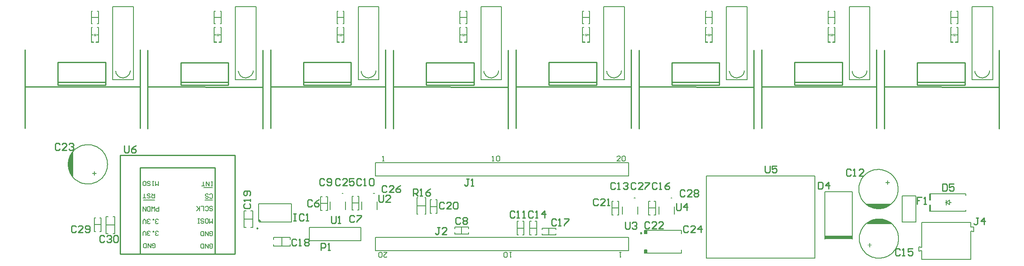
<source format=gto>
G04*
G04 #@! TF.GenerationSoftware,Altium Limited,Altium Designer,21.2.2 (38)*
G04*
G04 Layer_Color=65535*
%FSLAX25Y25*%
%MOIN*%
G70*
G04*
G04 #@! TF.SameCoordinates,CC4574EB-D44E-4940-9A72-5AA28DA6A015*
G04*
G04*
G04 #@! TF.FilePolarity,Positive*
G04*
G01*
G75*
%ADD10C,0.00787*%
%ADD11C,0.00984*%
%ADD12C,0.01000*%
%ADD13C,0.00591*%
%ADD14C,0.00394*%
%ADD15C,0.00500*%
%ADD16C,0.00800*%
%ADD17C,0.00600*%
%ADD18R,0.02165X0.02657*%
%ADD19R,0.22047X0.03150*%
G36*
X43701Y68110D02*
X41732Y70079D01*
X39764Y75984D01*
X39764Y80905D01*
X40748Y83858D01*
X42717Y86811D01*
X43701Y88779D01*
X43701Y68110D01*
D02*
G37*
G36*
X192618Y32480D02*
X192323Y33661D01*
X192913D01*
X194095Y32480D01*
Y31693D01*
X192618Y32480D01*
D02*
G37*
G36*
X699213Y46260D02*
X697244Y44291D01*
X691339Y42323D01*
X686418Y42323D01*
X683465Y43307D01*
X680512Y45276D01*
X678543Y46260D01*
X699213Y46260D01*
D02*
G37*
G36*
X679921Y30118D02*
X681890Y32087D01*
X687795Y34055D01*
X692716Y34055D01*
X695669Y33071D01*
X698622Y31102D01*
X700591Y30118D01*
X679921Y30118D01*
D02*
G37*
G36*
X682648Y13372D02*
X684029D01*
Y12788D01*
X682648D01*
Y11417D01*
X682069D01*
Y12788D01*
X680698D01*
Y13372D01*
X682069D01*
Y14742D01*
X682648D01*
Y13372D01*
D02*
G37*
G36*
X61031Y70837D02*
X62402D01*
Y70258D01*
X61031D01*
Y68887D01*
X60447D01*
Y70258D01*
X59076D01*
Y70837D01*
X60447D01*
Y72218D01*
X61031D01*
Y70837D01*
D02*
G37*
G36*
X697065Y63590D02*
X698435D01*
Y63006D01*
X697065D01*
Y61636D01*
X696486D01*
Y63006D01*
X695105D01*
Y63590D01*
X696486D01*
Y64961D01*
X697065D01*
Y63590D01*
D02*
G37*
D10*
X182087Y147441D02*
X183112Y147531D01*
X184106Y147797D01*
X185039Y148232D01*
X185883Y148823D01*
X186610Y149550D01*
X187201Y150394D01*
X187636Y151327D01*
X187902Y152321D01*
X187992Y153347D01*
X176189Y153051D02*
X176322Y152063D01*
X176620Y151112D01*
X177074Y150225D01*
X177670Y149426D01*
X178392Y148739D01*
X179220Y148184D01*
X180129Y147775D01*
X181094Y147525D01*
X182087Y147441D01*
X77763Y153051D02*
X77897Y152063D01*
X78195Y151112D01*
X78649Y150225D01*
X79245Y149426D01*
X79967Y148739D01*
X80795Y148184D01*
X81704Y147775D01*
X82668Y147525D01*
X83661Y147441D01*
X84687Y147531D01*
X85681Y147797D01*
X86614Y148232D01*
X87457Y148823D01*
X88185Y149550D01*
X88776Y150394D01*
X89211Y151327D01*
X89477Y152321D01*
X89567Y153347D01*
X378937Y147441D02*
X379962Y147531D01*
X380957Y147797D01*
X381890Y148232D01*
X382733Y148823D01*
X383461Y149550D01*
X384051Y150394D01*
X384486Y151327D01*
X384753Y152321D01*
X384842Y153347D01*
X373039Y153051D02*
X373173Y152063D01*
X373471Y151112D01*
X373924Y150225D01*
X374520Y149426D01*
X375243Y148739D01*
X376070Y148184D01*
X376979Y147775D01*
X377944Y147525D01*
X378937Y147441D01*
X274614Y153051D02*
X274747Y152063D01*
X275045Y151112D01*
X275499Y150225D01*
X276095Y149426D01*
X276817Y148739D01*
X277645Y148184D01*
X278554Y147775D01*
X279519Y147525D01*
X280512Y147441D01*
X281537Y147531D01*
X282532Y147797D01*
X283465Y148232D01*
X284308Y148823D01*
X285036Y149550D01*
X285626Y150394D01*
X286061Y151327D01*
X286328Y152321D01*
X286417Y153347D01*
X575787Y147441D02*
X576813Y147531D01*
X577807Y147797D01*
X578740Y148232D01*
X579583Y148823D01*
X580311Y149550D01*
X580902Y150394D01*
X581337Y151327D01*
X581603Y152321D01*
X581693Y153347D01*
X569889Y153051D02*
X570023Y152063D01*
X570321Y151112D01*
X570775Y150225D01*
X571371Y149426D01*
X572093Y148739D01*
X572921Y148184D01*
X573830Y147775D01*
X574794Y147525D01*
X575787Y147441D01*
X471464Y153051D02*
X471598Y152063D01*
X471896Y151112D01*
X472349Y150225D01*
X472946Y149426D01*
X473668Y148739D01*
X474495Y148184D01*
X475404Y147775D01*
X476369Y147525D01*
X477362Y147441D01*
X478388Y147531D01*
X479382Y147797D01*
X480315Y148232D01*
X481158Y148823D01*
X481886Y149550D01*
X482477Y150394D01*
X482912Y151327D01*
X483178Y152321D01*
X483268Y153347D01*
X772638Y147441D02*
X773663Y147531D01*
X774658Y147797D01*
X775591Y148232D01*
X776434Y148823D01*
X777162Y149550D01*
X777752Y150394D01*
X778187Y151327D01*
X778454Y152321D01*
X778543Y153347D01*
X766740Y153051D02*
X766873Y152063D01*
X767171Y151112D01*
X767625Y150225D01*
X768221Y149426D01*
X768944Y148739D01*
X769771Y148184D01*
X770680Y147775D01*
X771645Y147525D01*
X772638Y147441D01*
X668315Y153051D02*
X668448Y152063D01*
X668746Y151112D01*
X669200Y150225D01*
X669796Y149426D01*
X670518Y148739D01*
X671346Y148184D01*
X672255Y147775D01*
X673219Y147525D01*
X674213Y147441D01*
X675238Y147531D01*
X676232Y147797D01*
X677165Y148232D01*
X678009Y148823D01*
X678736Y149550D01*
X679327Y150394D01*
X679762Y151327D01*
X680028Y152321D01*
X680118Y153347D01*
X705512Y18307D02*
X705480Y19306D01*
X705385Y20301D01*
X705227Y21287D01*
X705007Y22262D01*
X704726Y23221D01*
X704384Y24160D01*
X703983Y25076D01*
X703525Y25964D01*
X703012Y26821D01*
X702445Y27644D01*
X701827Y28430D01*
X701161Y29175D01*
X700449Y29875D01*
X699694Y30530D01*
X698899Y31135D01*
X698067Y31689D01*
X697201Y32188D01*
X696306Y32632D01*
X695384Y33018D01*
X694440Y33345D01*
X693476Y33611D01*
X692498Y33816D01*
X691509Y33958D01*
X690513Y34037D01*
X689514Y34053D01*
X688516Y34006D01*
X687523Y33895D01*
X686539Y33721D01*
X685567Y33486D01*
X684613Y33189D01*
X683680Y32832D01*
X682771Y32417D01*
X681890Y31945D01*
X681041Y31418D01*
X680227Y30839D01*
X679451Y30209D01*
X678717Y29531D01*
X678027Y28807D01*
X677385Y28042D01*
X676792Y27237D01*
X676252Y26397D01*
X675766Y25523D01*
X675337Y24621D01*
X674965Y23693D01*
X674654Y22744D01*
X674403Y21777D01*
X674214Y20795D01*
X674087Y19804D01*
X674024Y18807D01*
Y17807D01*
X674087Y16810D01*
X674214Y15819D01*
X674403Y14838D01*
X674654Y13870D01*
X674965Y12921D01*
X675337Y11993D01*
X675766Y11091D01*
X676252Y10218D01*
X676792Y9377D01*
X677385Y8572D01*
X678027Y7807D01*
X678717Y7084D01*
X679451Y6406D01*
X680227Y5775D01*
X681041Y5196D01*
X681890Y4669D01*
X682771Y4197D01*
X683680Y3782D01*
X684613Y3425D01*
X685567Y3128D01*
X686539Y2893D01*
X687523Y2719D01*
X688516Y2609D01*
X689514Y2561D01*
X690513Y2577D01*
X691509Y2656D01*
X692498Y2798D01*
X693476Y3003D01*
X694440Y3269D01*
X695384Y3596D01*
X696306Y3982D01*
X697201Y4426D01*
X698067Y4926D01*
X698899Y5479D01*
X699694Y6084D01*
X700449Y6739D01*
X701161Y7440D01*
X701827Y8184D01*
X702445Y8970D01*
X703012Y9793D01*
X703525Y10650D01*
X703983Y11539D01*
X704384Y12454D01*
X704726Y13393D01*
X705007Y14352D01*
X705227Y15327D01*
X705385Y16314D01*
X705480Y17308D01*
X705512Y18307D01*
X71260Y77953D02*
X71228Y78952D01*
X71133Y79946D01*
X70975Y80933D01*
X70755Y81908D01*
X70474Y82867D01*
X70132Y83806D01*
X69731Y84721D01*
X69273Y85609D01*
X68760Y86467D01*
X68193Y87290D01*
X67576Y88075D01*
X66909Y88820D01*
X66197Y89521D01*
X65442Y90175D01*
X64647Y90781D01*
X63815Y91334D01*
X62949Y91834D01*
X62054Y92278D01*
X61132Y92664D01*
X60188Y92991D01*
X59224Y93257D01*
X58246Y93462D01*
X57257Y93604D01*
X56261Y93683D01*
X55262Y93699D01*
X54264Y93651D01*
X53271Y93541D01*
X52286Y93367D01*
X51315Y93131D01*
X50361Y92835D01*
X49428Y92478D01*
X48519Y92063D01*
X47638Y91591D01*
X46789Y91064D01*
X45975Y90484D01*
X45199Y89854D01*
X44465Y89176D01*
X43775Y88453D01*
X43133Y87688D01*
X42540Y86883D01*
X42000Y86042D01*
X41514Y85169D01*
X41085Y84267D01*
X40714Y83339D01*
X40402Y82389D01*
X40151Y81422D01*
X39962Y80441D01*
X39835Y79450D01*
X39772Y78452D01*
Y77453D01*
X39835Y76456D01*
X39962Y75464D01*
X40151Y74483D01*
X40402Y73516D01*
X40714Y72567D01*
X41085Y71639D01*
X41514Y70737D01*
X42000Y69863D01*
X42540Y69023D01*
X43133Y68218D01*
X43775Y67452D01*
X44465Y66729D01*
X45199Y66051D01*
X45975Y65421D01*
X46789Y64841D01*
X47638Y64315D01*
X48519Y63843D01*
X49428Y63428D01*
X50361Y63071D01*
X51315Y62774D01*
X52286Y62538D01*
X53271Y62365D01*
X54264Y62254D01*
X55262Y62207D01*
X56261Y62223D01*
X57257Y62302D01*
X58246Y62444D01*
X59224Y62649D01*
X60188Y62915D01*
X61132Y63242D01*
X62054Y63628D01*
X62949Y64072D01*
X63815Y64571D01*
X64647Y65125D01*
X65442Y65730D01*
X66197Y66384D01*
X66909Y67085D01*
X67576Y67830D01*
X68193Y68616D01*
X68760Y69439D01*
X69273Y70296D01*
X69731Y71184D01*
X70132Y72100D01*
X70473Y73039D01*
X70755Y73998D01*
X70975Y74972D01*
X71133Y75959D01*
X71228Y76954D01*
X71260Y77953D01*
X705118Y58071D02*
X705086Y59070D01*
X704991Y60064D01*
X704834Y61051D01*
X704613Y62026D01*
X704332Y62985D01*
X703990Y63924D01*
X703589Y64839D01*
X703131Y65728D01*
X702618Y66585D01*
X702051Y67408D01*
X701434Y68194D01*
X700768Y68938D01*
X700055Y69639D01*
X699300Y70294D01*
X698505Y70899D01*
X697673Y71452D01*
X696807Y71952D01*
X695912Y72396D01*
X694990Y72782D01*
X694046Y73109D01*
X693083Y73375D01*
X692105Y73580D01*
X691116Y73722D01*
X690119Y73801D01*
X689120Y73817D01*
X688122Y73769D01*
X687129Y73659D01*
X686145Y73485D01*
X685174Y73250D01*
X684219Y72953D01*
X683286Y72596D01*
X682377Y72181D01*
X681496Y71709D01*
X680647Y71182D01*
X679833Y70603D01*
X679057Y69972D01*
X678323Y69294D01*
X677634Y68571D01*
X676991Y67806D01*
X676399Y67001D01*
X675858Y66160D01*
X675373Y65287D01*
X674943Y64385D01*
X674572Y63457D01*
X674260Y62508D01*
X674009Y61540D01*
X673820Y60559D01*
X673693Y59568D01*
X673630Y58570D01*
Y57571D01*
X673693Y56574D01*
X673820Y55583D01*
X674009Y54601D01*
X674260Y53634D01*
X674572Y52685D01*
X674943Y51757D01*
X675373Y50855D01*
X675858Y49981D01*
X676399Y49141D01*
X676991Y48336D01*
X677634Y47571D01*
X678323Y46847D01*
X679057Y46169D01*
X679833Y45539D01*
X680647Y44960D01*
X681496Y44433D01*
X682377Y43961D01*
X683286Y43546D01*
X684219Y43189D01*
X685174Y42892D01*
X686145Y42657D01*
X687129Y42483D01*
X688122Y42372D01*
X689120Y42325D01*
X690119Y42341D01*
X691116Y42420D01*
X692105Y42562D01*
X693083Y42767D01*
X694046Y43033D01*
X694990Y43360D01*
X695912Y43746D01*
X696807Y44190D01*
X697673Y44689D01*
X698505Y45243D01*
X699300Y45848D01*
X700055Y46503D01*
X700767Y47203D01*
X701434Y47948D01*
X702051Y48734D01*
X702618Y49557D01*
X703131Y50414D01*
X703589Y51302D01*
X703990Y52218D01*
X704332Y53157D01*
X704613Y54116D01*
X704834Y55090D01*
X704991Y56077D01*
X705086Y57072D01*
X705118Y58071D01*
X260039Y54724D02*
X259252D01*
X260039D01*
X494291Y50787D02*
X493504D01*
X494291D01*
X285236Y54724D02*
X284449D01*
X285236D01*
X523819Y50787D02*
X523032D01*
X523819D01*
X194095Y31890D02*
X193857Y32776D01*
X193209Y33424D01*
X192323Y33661D01*
X173812Y204527D02*
X173823Y145866D01*
X173812Y204527D02*
X190354D01*
X173823Y145866D02*
X190354D01*
Y204527D01*
X91929Y145866D02*
Y204527D01*
X75398Y145866D02*
X91929D01*
X75387Y204527D02*
X91929D01*
X75387D02*
X75398Y145866D01*
X370663Y204527D02*
X370674Y145866D01*
X370663Y204527D02*
X387205D01*
X370674Y145866D02*
X387205D01*
Y204527D01*
X288779Y145866D02*
Y204527D01*
X272249Y145866D02*
X288779D01*
X272238Y204527D02*
X288779D01*
X272238D02*
X272249Y145866D01*
X567513Y204527D02*
X567524Y145866D01*
X567513Y204527D02*
X584055D01*
X567524Y145866D02*
X584055D01*
Y204527D01*
X485630Y145866D02*
Y204527D01*
X469099Y145866D02*
X485630D01*
X469088Y204527D02*
X485630D01*
X469088D02*
X469099Y145866D01*
X764364Y204527D02*
X764375Y145866D01*
X764364Y204527D02*
X780905D01*
X764375Y145866D02*
X780905D01*
Y204527D01*
X682480Y145866D02*
Y204527D01*
X665949Y145866D02*
X682480D01*
X665939Y204527D02*
X682480D01*
X665939D02*
X665949Y145866D01*
X192323Y32579D02*
Y46260D01*
Y32579D02*
X193209Y31693D01*
X218701D01*
X194095D02*
Y31890D01*
X218701Y31693D02*
Y46260D01*
X192323D02*
X218701D01*
X285965Y8780D02*
X488917D01*
X285965D02*
Y19410D01*
X488917D01*
Y8780D02*
Y19410D01*
X763387Y1771D02*
Y24212D01*
Y27559D02*
Y31299D01*
Y24212D02*
X765749Y24015D01*
X763387Y27559D02*
X765749Y27755D01*
Y24015D02*
Y27755D01*
X724016Y11220D02*
Y31299D01*
X763387D01*
X724016Y1771D02*
Y8464D01*
X721654Y8169D02*
X724016Y8464D01*
X721654Y11515D02*
X724016Y11220D01*
X721654Y8169D02*
Y11515D01*
X724016Y1771D02*
X763387D01*
X646457Y18110D02*
Y55905D01*
X668504Y18110D02*
Y55905D01*
X646457D02*
X668504D01*
X286043Y79331D02*
X488996D01*
Y68701D02*
Y79331D01*
X286043Y68701D02*
X488996D01*
X286043D02*
Y79331D01*
X730315Y49213D02*
Y54331D01*
X759449D01*
X730315Y49213D02*
X730905D01*
Y54331D01*
Y40157D02*
Y45276D01*
X730315D02*
X730905D01*
X759449Y53051D02*
Y54331D01*
X730315Y40157D02*
Y45276D01*
X759449Y40157D02*
Y41437D01*
X730315Y40157D02*
X759449D01*
X743701Y45276D02*
Y49213D01*
Y47244D02*
X746457Y45669D01*
X743701Y47244D02*
X746457Y49213D01*
Y45669D02*
Y49213D01*
X742913Y47244D02*
X743701D01*
X746457D02*
X747638D01*
X233228Y16752D02*
Y27342D01*
Y16752D02*
X274409D01*
Y27342D01*
X233228D02*
X274409D01*
X501575Y22146D02*
X503740D01*
Y24803D01*
Y6693D02*
Y9350D01*
X501575D02*
X503740D01*
X531496Y6693D02*
Y9350D01*
X501575Y6693D02*
Y9350D01*
X531496Y22146D02*
Y24803D01*
X501575Y22146D02*
Y24803D01*
Y6693D02*
X531496D01*
X501575Y24803D02*
X531496D01*
X708268Y52559D02*
X719291D01*
X708268Y31693D02*
X719291D01*
X708268D02*
Y52559D01*
X719291Y31693D02*
Y52559D01*
D11*
X499508Y22736D02*
X498770Y23162D01*
Y22310D01*
X499508Y22736D01*
X191831Y26575D02*
X191093Y27001D01*
Y26149D01*
X191831Y26575D01*
D12*
X129921Y141535D02*
X168110D01*
X129921D02*
Y159665D01*
X168110D01*
Y141535D02*
Y159665D01*
X129921Y143878D02*
X168110D01*
X31496Y144075D02*
X69685D01*
Y141732D02*
Y159862D01*
X31496D02*
X69685D01*
X31496Y141732D02*
Y159862D01*
Y141732D02*
X69685D01*
X326772Y141535D02*
X364961D01*
X326772D02*
Y159665D01*
X364961D01*
Y141535D02*
Y159665D01*
X326772Y143878D02*
X364961D01*
X228346Y144075D02*
X266535D01*
Y141732D02*
Y159862D01*
X228346D02*
X266535D01*
X228346Y141732D02*
Y159862D01*
Y141732D02*
X266535D01*
X523622Y141535D02*
X561811D01*
X523622D02*
Y159665D01*
X561811D01*
Y141535D02*
Y159665D01*
X523622Y143878D02*
X561811D01*
X425197Y144075D02*
X463386D01*
Y141732D02*
Y159862D01*
X425197D02*
X463386D01*
X425197Y141732D02*
Y159862D01*
Y141732D02*
X463386D01*
X720472Y141535D02*
X758661D01*
X720472D02*
Y159665D01*
X758661D01*
Y141535D02*
Y159665D01*
X720472Y143878D02*
X758661D01*
X622047Y144075D02*
X660236D01*
Y141732D02*
Y159862D01*
X622047D02*
X660236D01*
X622047Y141732D02*
Y159862D01*
Y141732D02*
X660236D01*
X786220Y106693D02*
Y169685D01*
X694488Y140157D02*
X786221Y139961D01*
X694094Y106693D02*
Y169685D01*
X687795Y106890D02*
Y169882D01*
X596063Y140354D02*
X687795Y140157D01*
X595669Y106890D02*
Y169882D01*
X589370Y106693D02*
Y169685D01*
X497638Y140157D02*
X589370Y139961D01*
X497244Y106693D02*
Y169685D01*
X490945Y106890D02*
Y169882D01*
X399213Y140354D02*
X490945Y140157D01*
X398819Y106890D02*
Y169882D01*
X392520Y106693D02*
Y169685D01*
X300787Y140157D02*
X392520Y139961D01*
X300394Y106693D02*
Y169685D01*
X294094Y106890D02*
Y169882D01*
X202362Y140354D02*
X294094Y140157D01*
X201969Y106890D02*
Y169882D01*
X195669Y106693D02*
Y169685D01*
X103937Y140157D02*
X195669Y139961D01*
X103543Y106693D02*
Y169685D01*
X5118Y106890D02*
Y169882D01*
X5512Y140354D02*
X97244Y140157D01*
X97244Y106890D02*
Y169882D01*
X152559Y5902D02*
X158059D01*
X157559D02*
Y75402D01*
Y5902D02*
X158059D01*
X157559D02*
X173559D01*
X97559Y75402D02*
X157559D01*
X97559Y5902D02*
Y75402D01*
Y5902D02*
X152559D01*
X173559D02*
Y85401D01*
X81559D02*
X173559D01*
X81559Y5902D02*
Y85401D01*
Y5902D02*
X97559D01*
X68768Y19947D02*
X67849Y20865D01*
X66013D01*
X65094Y19947D01*
Y16274D01*
X66013Y15355D01*
X67849D01*
X68768Y16274D01*
X70604Y19947D02*
X71523Y20865D01*
X73359D01*
X74278Y19947D01*
Y19029D01*
X73359Y18110D01*
X72441D01*
X73359D01*
X74278Y17192D01*
Y16274D01*
X73359Y15355D01*
X71523D01*
X70604Y16274D01*
X76114Y19947D02*
X77033Y20865D01*
X78869D01*
X79788Y19947D01*
Y16274D01*
X78869Y15355D01*
X77033D01*
X76114Y16274D01*
Y19947D01*
X45933Y27821D02*
X45015Y28739D01*
X43178D01*
X42260Y27821D01*
Y24148D01*
X43178Y23229D01*
X45015D01*
X45933Y24148D01*
X51443Y23229D02*
X47770D01*
X51443Y26903D01*
Y27821D01*
X50525Y28739D01*
X48688D01*
X47770Y27821D01*
X53280Y24148D02*
X54198Y23229D01*
X56035D01*
X56953Y24148D01*
Y27821D01*
X56035Y28739D01*
X54198D01*
X53280Y27821D01*
Y26903D01*
X54198Y25984D01*
X56953D01*
X242390Y9056D02*
Y14566D01*
X245145D01*
X246063Y13648D01*
Y11811D01*
X245145Y10893D01*
X242390D01*
X247900Y9056D02*
X249736D01*
X248818D01*
Y14566D01*
X247900Y13648D01*
X534122Y56561D02*
X533204Y57479D01*
X531367D01*
X530449Y56561D01*
Y52888D01*
X531367Y51969D01*
X533204D01*
X534122Y52888D01*
X539632Y51969D02*
X535959D01*
X539632Y55643D01*
Y56561D01*
X538714Y57479D01*
X536877D01*
X535959Y56561D01*
X541469D02*
X542387Y57479D01*
X544224D01*
X545142Y56561D01*
Y55643D01*
X544224Y54724D01*
X545142Y53806D01*
Y52888D01*
X544224Y51969D01*
X542387D01*
X541469Y52888D01*
Y53806D01*
X542387Y54724D01*
X541469Y55643D01*
Y56561D01*
X542387Y54724D02*
X544224D01*
X494752Y62467D02*
X493833Y63385D01*
X491997D01*
X491079Y62467D01*
Y58793D01*
X491997Y57875D01*
X493833D01*
X494752Y58793D01*
X500262Y57875D02*
X496589D01*
X500262Y61548D01*
Y62467D01*
X499343Y63385D01*
X497507D01*
X496589Y62467D01*
X502099Y63385D02*
X505772D01*
Y62467D01*
X502099Y58793D01*
Y57875D01*
X295146Y60104D02*
X294227Y61023D01*
X292390D01*
X291472Y60104D01*
Y56431D01*
X292390Y55513D01*
X294227D01*
X295146Y56431D01*
X300656Y55513D02*
X296982D01*
X300656Y59186D01*
Y60104D01*
X299737Y61023D01*
X297901D01*
X296982Y60104D01*
X306166Y61023D02*
X304329Y60104D01*
X302492Y58268D01*
Y56431D01*
X303411Y55513D01*
X305247D01*
X306166Y56431D01*
Y57349D01*
X305247Y58268D01*
X302492D01*
X257744Y65616D02*
X256826Y66535D01*
X254989D01*
X254071Y65616D01*
Y61943D01*
X254989Y61024D01*
X256826D01*
X257744Y61943D01*
X263254Y61024D02*
X259581D01*
X263254Y64698D01*
Y65616D01*
X262336Y66535D01*
X260499D01*
X259581Y65616D01*
X268764Y66535D02*
X265091D01*
Y63779D01*
X266927Y64698D01*
X267846D01*
X268764Y63779D01*
Y61943D01*
X267846Y61024D01*
X266009D01*
X265091Y61943D01*
X536878Y27821D02*
X535959Y28739D01*
X534123D01*
X533205Y27821D01*
Y24148D01*
X534123Y23229D01*
X535959D01*
X536878Y24148D01*
X542388Y23229D02*
X538715D01*
X542388Y26903D01*
Y27821D01*
X541469Y28739D01*
X539633D01*
X538715Y27821D01*
X546980Y23229D02*
Y28739D01*
X544225Y25984D01*
X547898D01*
X724016Y51574D02*
X720342D01*
Y48819D01*
X722179D01*
X720342D01*
Y46064D01*
X725852D02*
X727689D01*
X726771D01*
Y51574D01*
X725852Y50656D01*
X32941Y93963D02*
X32023Y94881D01*
X30186D01*
X29267Y93963D01*
Y90289D01*
X30186Y89371D01*
X32023D01*
X32941Y90289D01*
X38451Y89371D02*
X34778D01*
X38451Y93044D01*
Y93963D01*
X37532Y94881D01*
X35696D01*
X34778Y93963D01*
X40288D02*
X41206Y94881D01*
X43042D01*
X43961Y93963D01*
Y93044D01*
X43042Y92126D01*
X42124D01*
X43042D01*
X43961Y91208D01*
Y90289D01*
X43042Y89371D01*
X41206D01*
X40288Y90289D01*
X706628Y9317D02*
X705710Y10235D01*
X703873D01*
X702955Y9317D01*
Y5644D01*
X703873Y4725D01*
X705710D01*
X706628Y5644D01*
X708465Y4725D02*
X710302D01*
X709383D01*
Y10235D01*
X708465Y9317D01*
X716730Y10235D02*
X713057D01*
Y7480D01*
X714893Y8399D01*
X715812D01*
X716730Y7480D01*
Y5644D01*
X715812Y4725D01*
X713975D01*
X713057Y5644D01*
X667258Y73293D02*
X666340Y74212D01*
X664503D01*
X663585Y73293D01*
Y69620D01*
X664503Y68702D01*
X666340D01*
X667258Y69620D01*
X669095Y68702D02*
X670932D01*
X670013D01*
Y74212D01*
X669095Y73293D01*
X677360Y68702D02*
X673687D01*
X677360Y72375D01*
Y73293D01*
X676442Y74212D01*
X674605D01*
X673687Y73293D01*
X245145Y65616D02*
X244226Y66535D01*
X242390D01*
X241471Y65616D01*
Y61943D01*
X242390Y61024D01*
X244226D01*
X245145Y61943D01*
X246981D02*
X247900Y61024D01*
X249736D01*
X250655Y61943D01*
Y65616D01*
X249736Y66535D01*
X247900D01*
X246981Y65616D01*
Y64698D01*
X247900Y63779D01*
X250655D01*
X505775Y30970D02*
X504857Y31889D01*
X503020D01*
X502102Y30970D01*
Y27297D01*
X503020Y26379D01*
X504857D01*
X505775Y27297D01*
X511285Y26379D02*
X507612D01*
X511285Y30052D01*
Y30970D01*
X510367Y31889D01*
X508531D01*
X507612Y30970D01*
X516795Y26379D02*
X513122D01*
X516795Y30052D01*
Y30970D01*
X515877Y31889D01*
X514041D01*
X513122Y30970D01*
X464568Y49474D02*
X463650Y50393D01*
X461813D01*
X460894Y49474D01*
Y45801D01*
X461813Y44883D01*
X463650D01*
X464568Y45801D01*
X470078Y44883D02*
X466404D01*
X470078Y48556D01*
Y49474D01*
X469160Y50393D01*
X467323D01*
X466404Y49474D01*
X471914Y44883D02*
X473751D01*
X472833D01*
Y50393D01*
X471914Y49474D01*
X527298Y46456D02*
Y41864D01*
X528216Y40946D01*
X530053D01*
X530971Y41864D01*
Y46456D01*
X535563Y40946D02*
Y46456D01*
X532808Y43701D01*
X536482D01*
X486353Y31495D02*
Y26904D01*
X487271Y25985D01*
X489108D01*
X490027Y26904D01*
Y31495D01*
X491863Y30577D02*
X492782Y31495D01*
X494618D01*
X495537Y30577D01*
Y29658D01*
X494618Y28740D01*
X493700D01*
X494618D01*
X495537Y27822D01*
Y26904D01*
X494618Y25985D01*
X492782D01*
X491863Y26904D01*
X288715Y53149D02*
Y48557D01*
X289634Y47639D01*
X291470D01*
X292389Y48557D01*
Y53149D01*
X297899Y47639D02*
X294225D01*
X297899Y51312D01*
Y52230D01*
X296980Y53149D01*
X295144D01*
X294225Y52230D01*
X250633Y36244D02*
Y31653D01*
X251551Y30734D01*
X253388D01*
X254306Y31653D01*
Y36244D01*
X256143Y30734D02*
X257979D01*
X257061D01*
Y36244D01*
X256143Y35326D01*
X84778Y92913D02*
Y88321D01*
X85697Y87402D01*
X87533D01*
X88452Y88321D01*
Y92913D01*
X93962D02*
X92125Y91994D01*
X90288Y90158D01*
Y88321D01*
X91207Y87402D01*
X93043D01*
X93962Y88321D01*
Y89239D01*
X93043Y90158D01*
X90288D01*
X598558Y76771D02*
Y72179D01*
X599476Y71261D01*
X601313D01*
X602231Y72179D01*
Y76771D01*
X607741D02*
X604068D01*
Y74016D01*
X605905Y74934D01*
X606823D01*
X607741Y74016D01*
Y72179D01*
X606823Y71261D01*
X604986D01*
X604068Y72179D01*
X316341Y52757D02*
Y58267D01*
X319096D01*
X320014Y57349D01*
Y55512D01*
X319096Y54593D01*
X316341D01*
X318178D02*
X320014Y52757D01*
X321851D02*
X323688D01*
X322769D01*
Y58267D01*
X321851Y57349D01*
X330116Y58267D02*
X328279Y57349D01*
X326443Y55512D01*
Y53675D01*
X327361Y52757D01*
X329198D01*
X330116Y53675D01*
Y54593D01*
X329198Y55512D01*
X326443D01*
X769554Y35039D02*
X767717D01*
X768636D01*
Y30447D01*
X767717Y29528D01*
X766799D01*
X765881Y30447D01*
X774146Y29528D02*
Y35039D01*
X771391Y32283D01*
X775064D01*
X220409Y38188D02*
X222245D01*
X221327D01*
Y32678D01*
X220409D01*
X222245D01*
X228674Y37270D02*
X227755Y38188D01*
X225919D01*
X225000Y37270D01*
Y33596D01*
X225919Y32678D01*
X227755D01*
X228674Y33596D01*
X230510Y32678D02*
X232347D01*
X231429D01*
Y38188D01*
X230510Y37270D01*
X740684Y62204D02*
Y56694D01*
X743439D01*
X744357Y57612D01*
Y61286D01*
X743439Y62204D01*
X740684D01*
X749867D02*
X746194D01*
Y59449D01*
X748031Y60367D01*
X748949D01*
X749867Y59449D01*
Y57612D01*
X748949Y56694D01*
X747112D01*
X746194Y57612D01*
X641078Y63779D02*
Y58269D01*
X643833D01*
X644751Y59187D01*
Y62860D01*
X643833Y63779D01*
X641078D01*
X649343Y58269D02*
Y63779D01*
X646588Y61024D01*
X650261D01*
X341209Y46719D02*
X340290Y47637D01*
X338454D01*
X337535Y46719D01*
Y43045D01*
X338454Y42127D01*
X340290D01*
X341209Y43045D01*
X346719Y42127D02*
X343045D01*
X346719Y45800D01*
Y46719D01*
X345800Y47637D01*
X343964D01*
X343045Y46719D01*
X348555D02*
X349474Y47637D01*
X351310D01*
X352229Y46719D01*
Y43045D01*
X351310Y42127D01*
X349474D01*
X348555Y43045D01*
Y46719D01*
X181234Y46392D02*
X180316Y45474D01*
Y43637D01*
X181234Y42719D01*
X184907D01*
X185826Y43637D01*
Y45474D01*
X184907Y46392D01*
X185826Y48229D02*
Y50065D01*
Y49147D01*
X180316D01*
X181234Y48229D01*
X184907Y52820D02*
X185826Y53739D01*
Y55576D01*
X184907Y56494D01*
X181234D01*
X180316Y55576D01*
Y53739D01*
X181234Y52820D01*
X182152D01*
X183071Y53739D01*
Y56494D01*
X222770Y17191D02*
X221852Y18109D01*
X220015D01*
X219097Y17191D01*
Y13518D01*
X220015Y12599D01*
X221852D01*
X222770Y13518D01*
X224607Y12599D02*
X226443D01*
X225525D01*
Y18109D01*
X224607Y17191D01*
X229198D02*
X230117Y18109D01*
X231954D01*
X232872Y17191D01*
Y16273D01*
X231954Y15354D01*
X232872Y14436D01*
Y13518D01*
X231954Y12599D01*
X230117D01*
X229198Y13518D01*
Y14436D01*
X230117Y15354D01*
X229198Y16273D01*
Y17191D01*
X230117Y15354D02*
X231954D01*
X431038Y33333D02*
X430119Y34251D01*
X428283D01*
X427364Y33333D01*
Y29659D01*
X428283Y28741D01*
X430119D01*
X431038Y29659D01*
X432874Y28741D02*
X434711D01*
X433793D01*
Y34251D01*
X432874Y33333D01*
X437466Y34251D02*
X441140D01*
Y33333D01*
X437466Y29659D01*
Y28741D01*
X511747Y62467D02*
X510828Y63385D01*
X508991D01*
X508073Y62467D01*
Y58793D01*
X508991Y57875D01*
X510828D01*
X511747Y58793D01*
X513583Y57875D02*
X515420D01*
X514501D01*
Y63385D01*
X513583Y62467D01*
X521848Y63385D02*
X520012Y62467D01*
X518175Y60630D01*
Y58793D01*
X519093Y57875D01*
X520930D01*
X521848Y58793D01*
Y59712D01*
X520930Y60630D01*
X518175D01*
X412534Y39632D02*
X411616Y40550D01*
X409779D01*
X408860Y39632D01*
Y35959D01*
X409779Y35040D01*
X411616D01*
X412534Y35959D01*
X414370Y35040D02*
X416207D01*
X415289D01*
Y40550D01*
X414370Y39632D01*
X421717Y35040D02*
Y40550D01*
X418962Y37795D01*
X422636D01*
X478282Y62467D02*
X477363Y63385D01*
X475527D01*
X474609Y62467D01*
Y58793D01*
X475527Y57875D01*
X477363D01*
X478282Y58793D01*
X480119Y57875D02*
X481955D01*
X481037D01*
Y63385D01*
X480119Y62467D01*
X484710D02*
X485629Y63385D01*
X487465D01*
X488384Y62467D01*
Y61548D01*
X487465Y60630D01*
X486547D01*
X487465D01*
X488384Y59712D01*
Y58793D01*
X487465Y57875D01*
X485629D01*
X484710Y58793D01*
X397704Y39632D02*
X396786Y40550D01*
X394949D01*
X394031Y39632D01*
Y35959D01*
X394949Y35040D01*
X396786D01*
X397704Y35959D01*
X399541Y35040D02*
X401377D01*
X400459D01*
Y40550D01*
X399541Y39632D01*
X404133Y35040D02*
X405969D01*
X405051D01*
Y40550D01*
X404133Y39632D01*
X274739Y65616D02*
X273820Y66535D01*
X271984D01*
X271065Y65616D01*
Y61943D01*
X271984Y61024D01*
X273820D01*
X274739Y61943D01*
X276575Y61024D02*
X278412D01*
X277494D01*
Y66535D01*
X276575Y65616D01*
X281167D02*
X282085Y66535D01*
X283922D01*
X284840Y65616D01*
Y61943D01*
X283922Y61024D01*
X282085D01*
X281167Y61943D01*
Y65616D01*
X354200Y34514D02*
X353281Y35432D01*
X351445D01*
X350526Y34514D01*
Y30841D01*
X351445Y29922D01*
X353281D01*
X354200Y30841D01*
X356036Y34514D02*
X356955Y35432D01*
X358791D01*
X359710Y34514D01*
Y33595D01*
X358791Y32677D01*
X359710Y31759D01*
Y30841D01*
X358791Y29922D01*
X356955D01*
X356036Y30841D01*
Y31759D01*
X356955Y32677D01*
X356036Y33595D01*
Y34514D01*
X356955Y32677D02*
X358791D01*
X269160Y36089D02*
X268242Y37007D01*
X266405D01*
X265487Y36089D01*
Y32415D01*
X266405Y31497D01*
X268242D01*
X269160Y32415D01*
X270997Y37007D02*
X274670D01*
Y36089D01*
X270997Y32415D01*
Y31497D01*
X235302Y48687D02*
X234384Y49605D01*
X232547D01*
X231629Y48687D01*
Y45014D01*
X232547Y44095D01*
X234384D01*
X235302Y45014D01*
X240812Y49605D02*
X238976Y48687D01*
X237139Y46850D01*
Y45014D01*
X238057Y44095D01*
X239894D01*
X240812Y45014D01*
Y45932D01*
X239894Y46850D01*
X237139D01*
X361024Y66141D02*
X359187D01*
X360105D01*
Y61549D01*
X359187Y60631D01*
X358269D01*
X357350Y61549D01*
X362860Y60631D02*
X364697D01*
X363779D01*
Y66141D01*
X362860Y65223D01*
X337664Y27165D02*
X335828D01*
X336746D01*
Y22573D01*
X335828Y21654D01*
X334909D01*
X333991Y22573D01*
X343174Y21654D02*
X339501D01*
X343174Y25328D01*
Y26246D01*
X342256Y27165D01*
X340419D01*
X339501Y26246D01*
D13*
X161646Y201063D02*
X162402D01*
Y191063D02*
Y201063D01*
X161646Y191063D02*
X162402D01*
X58465Y181890D02*
X59842D01*
X62221Y175890D02*
Y176390D01*
Y175890D02*
X63976D01*
Y176390D01*
X60220Y175890D02*
Y176390D01*
X58465Y175890D02*
X60220D01*
X58465D02*
Y176390D01*
X62599Y181890D02*
X63976D01*
X63221Y187890D02*
X63976D01*
Y175984D02*
Y187890D01*
X62221Y176390D02*
X63976D01*
X58465D02*
X60220D01*
X58465Y176378D02*
Y187890D01*
X59220D01*
X156890Y181890D02*
X158268D01*
X160646Y175890D02*
Y176390D01*
Y175890D02*
X162402D01*
Y176390D01*
X158646Y175890D02*
Y176390D01*
X156890Y175890D02*
X158646D01*
X156890D02*
Y176390D01*
X161024Y181890D02*
X162402D01*
X161646Y187890D02*
X162402D01*
Y175984D02*
Y187890D01*
X160646Y176390D02*
X162402D01*
X156890D02*
X158646D01*
X156890Y176378D02*
Y187890D01*
X157646D01*
X425197Y21260D02*
Y26772D01*
X430709Y21260D02*
Y22441D01*
X419685Y21260D02*
X430709D01*
X419685D02*
Y22441D01*
Y25591D02*
Y26772D01*
X430709D01*
Y25591D02*
Y26772D01*
X747441Y181890D02*
X748819D01*
X751197Y175890D02*
Y176390D01*
Y175890D02*
X752953D01*
Y176390D01*
X749197Y175890D02*
Y176390D01*
X747441Y175890D02*
X749197D01*
X747441D02*
Y176390D01*
X751575Y181890D02*
X752953D01*
X752197Y187890D02*
X752953D01*
Y175984D02*
Y187890D01*
X751197Y176390D02*
X752953D01*
X747441D02*
X749197D01*
X747441Y176378D02*
Y187890D01*
X748197D01*
X355118Y22047D02*
Y27559D01*
X349606Y26378D02*
Y27559D01*
X360630D01*
Y26378D02*
Y27559D01*
Y22047D02*
Y23228D01*
X349606Y22047D02*
X360630D01*
X349606D02*
Y23228D01*
X325590Y51181D02*
X326378D01*
Y37795D02*
Y51181D01*
X325590Y37795D02*
X326378D01*
X319291Y51181D02*
X320079D01*
X319291Y37795D02*
Y51181D01*
Y37795D02*
X320079D01*
X319291Y44488D02*
X326378D01*
X649016Y196063D02*
X654528D01*
X649016Y191063D02*
X649772D01*
X649016D02*
Y201063D01*
X649772D01*
X653772D02*
X654528D01*
Y191063D02*
Y201063D01*
X653772Y191063D02*
X654528D01*
X747441Y196063D02*
X752953D01*
X747441Y191063D02*
X748197D01*
X747441D02*
Y201063D01*
X748197D01*
X752197D02*
X752953D01*
Y191063D02*
Y201063D01*
X752197Y191063D02*
X752953D01*
X329921Y44094D02*
X335433D01*
X329921Y38583D02*
X331102D01*
X329921D02*
Y49606D01*
X331102D01*
X334252D02*
X335433D01*
Y38583D02*
Y49606D01*
X334252Y38583D02*
X335433D01*
X649016Y181890D02*
X650394D01*
X652772Y175890D02*
Y176390D01*
Y175890D02*
X654528D01*
Y176390D01*
X650772Y175890D02*
Y176390D01*
X649016Y175890D02*
X650772D01*
X649016D02*
Y176390D01*
X653150Y181890D02*
X654528D01*
X653772Y187890D02*
X654528D01*
Y175984D02*
Y187890D01*
X652772Y176390D02*
X654528D01*
X649016D02*
X650772D01*
X649016Y176378D02*
Y187890D01*
X649772D01*
X180709Y33858D02*
X187795D01*
X180709Y40551D02*
X182283D01*
X180709Y27165D02*
Y40551D01*
Y27165D02*
X182283D01*
X186221D02*
X187795D01*
Y40551D01*
X186221D02*
X187795D01*
X399606Y26772D02*
X405118D01*
X399606Y21260D02*
X400787D01*
X399606D02*
Y32283D01*
X400787D01*
X403937D02*
X405118D01*
Y21260D02*
Y32283D01*
X403937Y21260D02*
X405118D01*
X242126Y51968D02*
X243307D01*
X242126Y40945D02*
Y51968D01*
Y40945D02*
X243307D01*
X246457D02*
X247638D01*
Y51968D01*
X246457D02*
X247638D01*
X242126Y46457D02*
X247638D01*
X267323Y52362D02*
X268504D01*
X267323Y41339D02*
Y52362D01*
Y41339D02*
X268504D01*
X271654D02*
X272835D01*
Y52362D01*
X271654D02*
X272835D01*
X267323Y46850D02*
X272835D01*
X475591Y42913D02*
X481103D01*
X479921Y48425D02*
X481103D01*
Y37402D02*
Y48425D01*
X479921Y37402D02*
X481103D01*
X475591D02*
X476772D01*
X475591D02*
Y48425D01*
X476772D01*
X211023Y12205D02*
Y19291D01*
X217717Y17717D02*
Y19291D01*
X204331D02*
X217717D01*
X204331Y17717D02*
Y19291D01*
Y12205D02*
Y13780D01*
Y12205D02*
X217717D01*
Y13780D01*
X409842Y26772D02*
X415354D01*
X414173Y32283D02*
X415354D01*
Y21260D02*
Y32283D01*
X414173Y21260D02*
X415354D01*
X409842D02*
X411024D01*
X409842D02*
Y32283D01*
X411024D01*
X255315Y196063D02*
X260827D01*
X255315Y191063D02*
X256071D01*
X255315D02*
Y201063D01*
X256071D01*
X260071D02*
X260827D01*
Y191063D02*
Y201063D01*
X260071Y191063D02*
X260827D01*
X255315Y181890D02*
X256693D01*
X259071Y175890D02*
Y176390D01*
Y175890D02*
X260827D01*
Y176390D01*
X257071Y175890D02*
Y176390D01*
X255315Y175890D02*
X257071D01*
X255315D02*
Y176390D01*
X259449Y181890D02*
X260827D01*
X260071Y187890D02*
X260827D01*
Y175984D02*
Y187890D01*
X259071Y176390D02*
X260827D01*
X255315D02*
X257071D01*
X255315Y176378D02*
Y187890D01*
X256071D01*
X452165Y196063D02*
X457677D01*
X452165Y191063D02*
X452921D01*
X452165D02*
Y201063D01*
X452921D01*
X456921D02*
X457677D01*
Y191063D02*
Y201063D01*
X456921Y191063D02*
X457677D01*
X452165Y181890D02*
X453543D01*
X455921Y175890D02*
Y176390D01*
Y175890D02*
X457677D01*
Y176390D01*
X453921Y175890D02*
Y176390D01*
X452165Y175890D02*
X453921D01*
X452165D02*
Y176390D01*
X456299Y181890D02*
X457677D01*
X456921Y187890D02*
X457677D01*
Y175984D02*
Y187890D01*
X455921Y176390D02*
X457677D01*
X452165D02*
X453921D01*
X452165Y176378D02*
Y187890D01*
X452921D01*
X58465Y196063D02*
X63976D01*
X58465Y191063D02*
X59220D01*
X58465D02*
Y201063D01*
X59220D01*
X63221D02*
X63976D01*
Y191063D02*
Y201063D01*
X63221Y191063D02*
X63976D01*
X156890Y196063D02*
X162402D01*
X156890Y191063D02*
X157646D01*
X156890D02*
Y201063D01*
X157646D01*
X550591Y181890D02*
X551968D01*
X554347Y175890D02*
Y176390D01*
Y175890D02*
X556103D01*
Y176390D01*
X552347Y175890D02*
Y176390D01*
X550591Y175890D02*
X552347D01*
X550591D02*
Y176390D01*
X554724Y181890D02*
X556103D01*
X555346Y187890D02*
X556103D01*
Y175984D02*
Y187890D01*
X554347Y176390D02*
X556103D01*
X550591D02*
X552347D01*
X550591Y176378D02*
Y187890D01*
X551346D01*
X353740Y196063D02*
X359252D01*
X353740Y191063D02*
X354496D01*
X353740D02*
Y201063D01*
X354496D01*
X358496D02*
X359252D01*
Y191063D02*
Y201063D01*
X358496Y191063D02*
X359252D01*
X60630Y29528D02*
X66142D01*
X64961Y35039D02*
X66142D01*
Y24016D02*
Y35039D01*
X64961Y24016D02*
X66142D01*
X60630D02*
X61811D01*
X60630D02*
Y35039D01*
X61811D01*
X75590Y35827D02*
X77165D01*
Y22441D02*
Y35827D01*
X75590Y22441D02*
X77165D01*
X70079D02*
X71653D01*
X70079D02*
Y35827D01*
X71653D01*
X70079Y29134D02*
X77165D01*
X505118Y48425D02*
X506299D01*
X505118Y37402D02*
Y48425D01*
Y37402D02*
X506299D01*
X509449D02*
X510630D01*
Y48425D01*
X509449D02*
X510630D01*
X505118Y42913D02*
X510630D01*
X550591Y196063D02*
X556103D01*
X550591Y191063D02*
X551346D01*
X550591D02*
Y201063D01*
X551346D01*
X555346D02*
X556103D01*
Y191063D02*
Y201063D01*
X555346Y191063D02*
X556103D01*
X353740Y181890D02*
X355118D01*
X357496Y175890D02*
Y176390D01*
Y175890D02*
X359252D01*
Y176390D01*
X355496Y175890D02*
Y176390D01*
X353740Y175890D02*
X355496D01*
X353740D02*
Y176390D01*
X357874Y181890D02*
X359252D01*
X358496Y187890D02*
X359252D01*
Y175984D02*
Y187890D01*
X357496Y176390D02*
X359252D01*
X353740D02*
X355496D01*
X353740Y176378D02*
Y187890D01*
X354496D01*
D14*
X61221Y181201D02*
X62205Y182579D01*
X61221D02*
X62205D01*
X61221Y181201D02*
X62106D01*
X60335D02*
X61221D01*
X60236Y182579D02*
X61221D01*
X60236D02*
X61221Y181201D01*
X159646D02*
X160630Y182579D01*
X159646D02*
X160630D01*
X159646Y181201D02*
X160531D01*
X158760D02*
X159646D01*
X158661Y182579D02*
X159646D01*
X158661D02*
X159646Y181201D01*
X750197D02*
X751181Y182579D01*
X750197D02*
X751181D01*
X750197Y181201D02*
X751083D01*
X749311D02*
X750197D01*
X749213Y182579D02*
X750197D01*
X749213D02*
X750197Y181201D01*
X651772D02*
X652756Y182579D01*
X651772D02*
X652756D01*
X651772Y181201D02*
X652657D01*
X650886D02*
X651772D01*
X650787Y182579D02*
X651772D01*
X650787D02*
X651772Y181201D01*
X258071D02*
X259055Y182579D01*
X258071D02*
X259055D01*
X258071Y181201D02*
X258957D01*
X257185D02*
X258071D01*
X257087Y182579D02*
X258071D01*
X257087D02*
X258071Y181201D01*
X454921D02*
X455905Y182579D01*
X454921D02*
X455905D01*
X454921Y181201D02*
X455807D01*
X454036D02*
X454921D01*
X453937Y182579D02*
X454921D01*
X453937D02*
X454921Y181201D01*
X356496D02*
X357480Y182579D01*
X356496D02*
X357480D01*
X356496Y181201D02*
X357382D01*
X355610D02*
X356496D01*
X355512Y182579D02*
X356496D01*
X355512D02*
X356496Y181201D01*
X553346D02*
X554331Y182579D01*
X553346D02*
X554331D01*
X553346Y181201D02*
X554232D01*
X552461D02*
X553346D01*
X552362Y182579D02*
X553346D01*
X552362D02*
X553346Y181201D01*
D15*
X525827Y37795D02*
Y44094D01*
X513543Y37795D02*
Y44094D01*
X287244Y41732D02*
Y48031D01*
X274961Y41732D02*
Y48031D01*
X484016Y37795D02*
Y44095D01*
X496299Y37795D02*
Y44095D01*
X551496Y68575D02*
X638496D01*
X551496Y2575D02*
Y68575D01*
Y2575D02*
X638496D01*
Y68575D01*
X262047Y41732D02*
Y48031D01*
X249764Y41732D02*
Y48031D01*
D16*
X149559Y49402D02*
X155559D01*
X148559Y59402D02*
X155559D01*
X100059Y49402D02*
X109059D01*
D17*
X111959Y64302D02*
Y60803D01*
X110793Y61969D01*
X109626Y60803D01*
Y64302D01*
X108460Y60803D02*
X107294D01*
X107877D01*
Y64302D01*
X108460D01*
X107294D01*
X103212Y61386D02*
X103795Y60803D01*
X104961D01*
X105544Y61386D01*
Y61969D01*
X104961Y62552D01*
X103795D01*
X103212Y63135D01*
Y63718D01*
X103795Y64302D01*
X104961D01*
X105544Y63718D01*
X100296Y60803D02*
X101462D01*
X102046Y61386D01*
Y63718D01*
X101462Y64302D01*
X100296D01*
X99713Y63718D01*
Y61386D01*
X100296Y60803D01*
X108959Y54302D02*
Y50803D01*
X107210D01*
X106626Y51386D01*
Y52552D01*
X107210Y53135D01*
X108959D01*
X107793D02*
X106626Y54302D01*
X103128Y51386D02*
X103711Y50803D01*
X104877D01*
X105460Y51386D01*
Y51969D01*
X104877Y52552D01*
X103711D01*
X103128Y53135D01*
Y53718D01*
X103711Y54302D01*
X104877D01*
X105460Y53718D01*
X101961Y50803D02*
X99629D01*
X100795D01*
Y54302D01*
X112459Y43802D02*
Y40303D01*
X110710D01*
X110126Y40886D01*
Y42052D01*
X110710Y42635D01*
X112459D01*
X108960Y40303D02*
Y43802D01*
X107794Y42635D01*
X106628Y43802D01*
Y40303D01*
X105461D02*
Y43802D01*
X103712D01*
X103129Y43218D01*
Y40886D01*
X103712Y40303D01*
X105461D01*
X101962Y43802D02*
Y40303D01*
X99630Y43802D01*
Y40303D01*
X111959Y30886D02*
X111376Y30303D01*
X110210D01*
X109626Y30886D01*
Y31469D01*
X110210Y32052D01*
X110793D01*
X110210D01*
X109626Y32635D01*
Y33218D01*
X110210Y33802D01*
X111376D01*
X111959Y33218D01*
X108460Y33802D02*
Y33218D01*
X107877D01*
Y33802D01*
X108460D01*
X105544Y30886D02*
X104961Y30303D01*
X103795D01*
X103212Y30886D01*
Y31469D01*
X103795Y32052D01*
X104378D01*
X103795D01*
X103212Y32635D01*
Y33218D01*
X103795Y33802D01*
X104961D01*
X105544Y33218D01*
X102046Y30303D02*
Y32635D01*
X100879Y33802D01*
X99713Y32635D01*
Y30303D01*
X111959Y21386D02*
X111376Y20803D01*
X110210D01*
X109626Y21386D01*
Y21969D01*
X110210Y22552D01*
X110793D01*
X110210D01*
X109626Y23135D01*
Y23719D01*
X110210Y24302D01*
X111376D01*
X111959Y23719D01*
X108460Y24302D02*
Y23719D01*
X107877D01*
Y24302D01*
X108460D01*
X105544Y21386D02*
X104961Y20803D01*
X103795D01*
X103212Y21386D01*
Y21969D01*
X103795Y22552D01*
X104378D01*
X103795D01*
X103212Y23135D01*
Y23719D01*
X103795Y24302D01*
X104961D01*
X105544Y23719D01*
X102046Y20803D02*
Y23135D01*
X100879Y24302D01*
X99713Y23135D01*
Y20803D01*
X107126Y11386D02*
X107710Y10803D01*
X108876D01*
X109459Y11386D01*
Y13719D01*
X108876Y14302D01*
X107710D01*
X107126Y13719D01*
Y12552D01*
X108293D01*
X105960Y14302D02*
Y10803D01*
X103628Y14302D01*
Y10803D01*
X102461D02*
Y14302D01*
X100712D01*
X100129Y13719D01*
Y11386D01*
X100712Y10803D01*
X102461D01*
X155559Y60563D02*
X154393D01*
X154976D01*
Y64062D01*
X155559D01*
X154393D01*
X152643D02*
Y60563D01*
X150311Y64062D01*
Y60563D01*
X149144D02*
X146812D01*
X147978D01*
Y64062D01*
X153226Y51236D02*
X153810Y50653D01*
X154976D01*
X155559Y51236D01*
Y53568D01*
X154976Y54152D01*
X153810D01*
X153226Y53568D01*
X149728Y51236D02*
X150311Y50653D01*
X151477D01*
X152060Y51236D01*
Y51819D01*
X151477Y52402D01*
X150311D01*
X149728Y52985D01*
Y53568D01*
X150311Y54152D01*
X151477D01*
X152060Y53568D01*
X153226Y41236D02*
X153810Y40653D01*
X154976D01*
X155559Y41236D01*
Y41819D01*
X154976Y42402D01*
X153810D01*
X153226Y42985D01*
Y43568D01*
X153810Y44152D01*
X154976D01*
X155559Y43568D01*
X149728Y41236D02*
X150311Y40653D01*
X151477D01*
X152060Y41236D01*
Y43568D01*
X151477Y44152D01*
X150311D01*
X149728Y43568D01*
X148561Y40653D02*
Y44152D01*
X146229D01*
X145062Y40653D02*
Y44152D01*
Y42985D01*
X142730Y40653D01*
X144479Y42402D01*
X142730Y44152D01*
X155559Y34152D02*
Y30653D01*
X154393Y31819D01*
X153226Y30653D01*
Y34152D01*
X150311Y30653D02*
X151477D01*
X152060Y31236D01*
Y33568D01*
X151477Y34152D01*
X150311D01*
X149728Y33568D01*
Y31236D01*
X150311Y30653D01*
X146229Y31236D02*
X146812Y30653D01*
X147978D01*
X148561Y31236D01*
Y31819D01*
X147978Y32402D01*
X146812D01*
X146229Y32985D01*
Y33568D01*
X146812Y34152D01*
X147978D01*
X148561Y33568D01*
X145062Y30653D02*
X143896D01*
X144479D01*
Y34152D01*
X145062D01*
X143896D01*
X153226Y21146D02*
X153810Y20563D01*
X154976D01*
X155559Y21146D01*
Y23479D01*
X154976Y24062D01*
X153810D01*
X153226Y23479D01*
Y22312D01*
X154393D01*
X152060Y24062D02*
Y20563D01*
X149728Y24062D01*
Y20563D01*
X148561D02*
Y24062D01*
X146812D01*
X146229Y23479D01*
Y21146D01*
X146812Y20563D01*
X148561D01*
X153226Y11146D02*
X153810Y10563D01*
X154976D01*
X155559Y11146D01*
Y13478D01*
X154976Y14062D01*
X153810D01*
X153226Y13478D01*
Y12312D01*
X154393D01*
X152060Y14062D02*
Y10563D01*
X149728Y14062D01*
Y10563D01*
X148561D02*
Y14062D01*
X146812D01*
X146229Y13478D01*
Y11146D01*
X146812Y10563D01*
X148561D01*
X379843Y80709D02*
X381175D01*
X380509D01*
Y84707D01*
X379843Y84041D01*
X383175D02*
X383841Y84707D01*
X385174D01*
X385841Y84041D01*
Y81375D01*
X385174Y80709D01*
X383841D01*
X383175Y81375D01*
Y84041D01*
X291772Y80709D02*
X293105D01*
X292438D01*
Y84707D01*
X291772Y84041D01*
X482311Y80709D02*
X479646D01*
X482311Y83375D01*
Y84041D01*
X481645Y84707D01*
X480312D01*
X479646Y84041D01*
X483644D02*
X484311Y84707D01*
X485644D01*
X486310Y84041D01*
Y81375D01*
X485644Y80709D01*
X484311D01*
X483644Y81375D01*
Y84041D01*
X395118Y7402D02*
X393785D01*
X394452D01*
Y3403D01*
X395118Y4069D01*
X391786D02*
X391120Y3403D01*
X389787D01*
X389120Y4069D01*
Y6735D01*
X389787Y7402D01*
X391120D01*
X391786Y6735D01*
Y4069D01*
X483189Y7402D02*
X481856D01*
X482523D01*
Y3403D01*
X483189Y4069D01*
X292649Y7402D02*
X295315D01*
X292649Y4736D01*
Y4069D01*
X293316Y3403D01*
X294649D01*
X295315Y4069D01*
X291316D02*
X290650Y3403D01*
X289317D01*
X288650Y4069D01*
Y6735D01*
X289317Y7402D01*
X290650D01*
X291316Y6735D01*
Y4069D01*
D18*
X502657Y8022D02*
D03*
X502658Y23474D02*
D03*
D19*
X657480Y19291D02*
D03*
M02*

</source>
